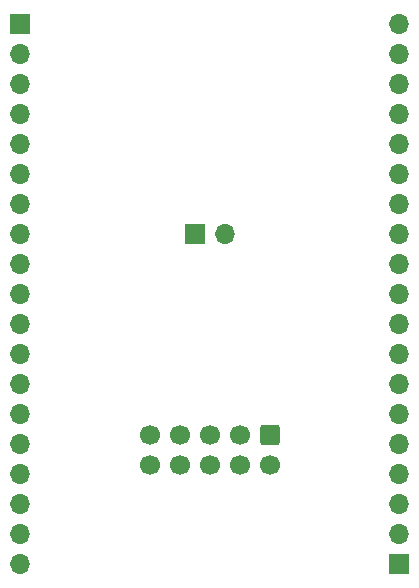
<source format=gts>
G04 #@! TF.GenerationSoftware,KiCad,Pcbnew,(6.0.9)*
G04 #@! TF.CreationDate,2022-12-09T18:34:30+01:00*
G04 #@! TF.ProjectId,FT2232HL development board to iceprog,46543232-3332-4484-9c20-646576656c6f,1*
G04 #@! TF.SameCoordinates,Original*
G04 #@! TF.FileFunction,Soldermask,Top*
G04 #@! TF.FilePolarity,Negative*
%FSLAX46Y46*%
G04 Gerber Fmt 4.6, Leading zero omitted, Abs format (unit mm)*
G04 Created by KiCad (PCBNEW (6.0.9)) date 2022-12-09 18:34:30*
%MOMM*%
%LPD*%
G01*
G04 APERTURE LIST*
G04 Aperture macros list*
%AMRoundRect*
0 Rectangle with rounded corners*
0 $1 Rounding radius*
0 $2 $3 $4 $5 $6 $7 $8 $9 X,Y pos of 4 corners*
0 Add a 4 corners polygon primitive as box body*
4,1,4,$2,$3,$4,$5,$6,$7,$8,$9,$2,$3,0*
0 Add four circle primitives for the rounded corners*
1,1,$1+$1,$2,$3*
1,1,$1+$1,$4,$5*
1,1,$1+$1,$6,$7*
1,1,$1+$1,$8,$9*
0 Add four rect primitives between the rounded corners*
20,1,$1+$1,$2,$3,$4,$5,0*
20,1,$1+$1,$4,$5,$6,$7,0*
20,1,$1+$1,$6,$7,$8,$9,0*
20,1,$1+$1,$8,$9,$2,$3,0*%
G04 Aperture macros list end*
%ADD10RoundRect,0.250000X-0.600000X0.600000X-0.600000X-0.600000X0.600000X-0.600000X0.600000X0.600000X0*%
%ADD11C,1.700000*%
%ADD12R,1.700000X1.700000*%
%ADD13O,1.700000X1.700000*%
G04 APERTURE END LIST*
D10*
X5080000Y-119888000D03*
D11*
X5080000Y-122428000D03*
X2540000Y-119888000D03*
X2540000Y-122428000D03*
X0Y-119888000D03*
X0Y-122428000D03*
X-2540000Y-119888000D03*
X-2540000Y-122428000D03*
X-5080000Y-119888000D03*
X-5080000Y-122428000D03*
D12*
X-1270000Y-102870000D03*
D13*
X1270000Y-102870000D03*
D12*
X-16060000Y-85090000D03*
D13*
X-16060000Y-87630000D03*
X-16060000Y-90170000D03*
X-16060000Y-92710000D03*
X-16060000Y-95250000D03*
X-16060000Y-97790000D03*
X-16060000Y-100330000D03*
X-16060000Y-102870000D03*
X-16060000Y-105410000D03*
X-16060000Y-107950000D03*
X-16060000Y-110490000D03*
X-16060000Y-113030000D03*
X-16060000Y-115570000D03*
X-16060000Y-118110000D03*
X-16060000Y-120650000D03*
X-16060000Y-123190000D03*
X-16060000Y-125730000D03*
X-16060000Y-128270000D03*
X-16060000Y-130810000D03*
D12*
X16060000Y-130810000D03*
D13*
X16060000Y-128270000D03*
X16060000Y-125730000D03*
X16060000Y-123190000D03*
X16060000Y-120650000D03*
X16060000Y-118110000D03*
X16060000Y-115570000D03*
X16060000Y-113030000D03*
X16060000Y-110490000D03*
X16060000Y-107950000D03*
X16060000Y-105410000D03*
X16060000Y-102870000D03*
X16060000Y-100330000D03*
X16060000Y-97790000D03*
X16060000Y-95250000D03*
X16060000Y-92710000D03*
X16060000Y-90170000D03*
X16060000Y-87630000D03*
X16060000Y-85090000D03*
M02*

</source>
